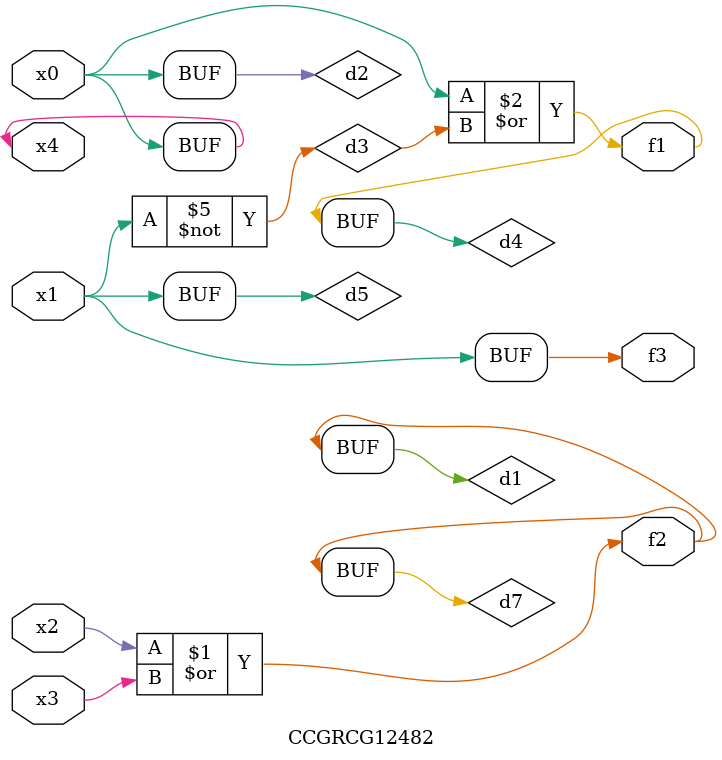
<source format=v>
module CCGRCG12482(
	input x0, x1, x2, x3, x4,
	output f1, f2, f3
);

	wire d1, d2, d3, d4, d5, d6, d7;

	or (d1, x2, x3);
	buf (d2, x0, x4);
	not (d3, x1);
	or (d4, d2, d3);
	not (d5, d3);
	nand (d6, d1, d3);
	or (d7, d1);
	assign f1 = d4;
	assign f2 = d7;
	assign f3 = d5;
endmodule

</source>
